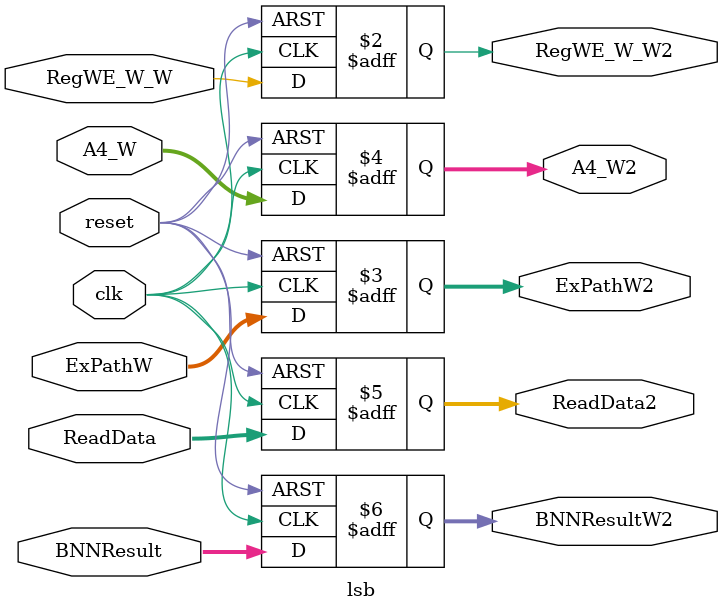
<source format=sv>
`timescale 1ns / 1ps

module lsb(

    input logic             clk, reset,
                            RegWE_W_W,          // Will be asserted if load operation
    input logic [1:0]       ExPathW,            // Used for the HCU to determine between load/bcnv
    input logic [4:0]       A4_W,               // Destination register
    input logic [31:0]      ReadData,           // Value of loaded data
                            BNNResult,          // Result from the BNN (also written back in final stage)
    
    output logic            RegWE_W_W2,         // Outputs will equal the inputs at the next clock cycle
    output logic [1:0]      ExPathW2,
    output logic [4:0]      A4_W2,
    output logic [31:0]     ReadData2,
                            BNNResultW2

);

    always_ff @(posedge clk, posedge reset) begin : seq_proc
        if(reset) begin
            RegWE_W_W2      <= 1'b0;
            ExPathW2        <= 2'b00;
            A4_W2           <= 5'b00000;
            ReadData2       <= 32'h00000000;
            BNNResultW2     <= 32'h00000000;
        end
        else if(clk) begin
            RegWE_W_W2      <= RegWE_W_W;
            ExPathW2        <= ExPathW;
            A4_W2           <= A4_W;
            ReadData2       <= ReadData;
            BNNResultW2     <= BNNResult;
        end
    end

endmodule
</source>
